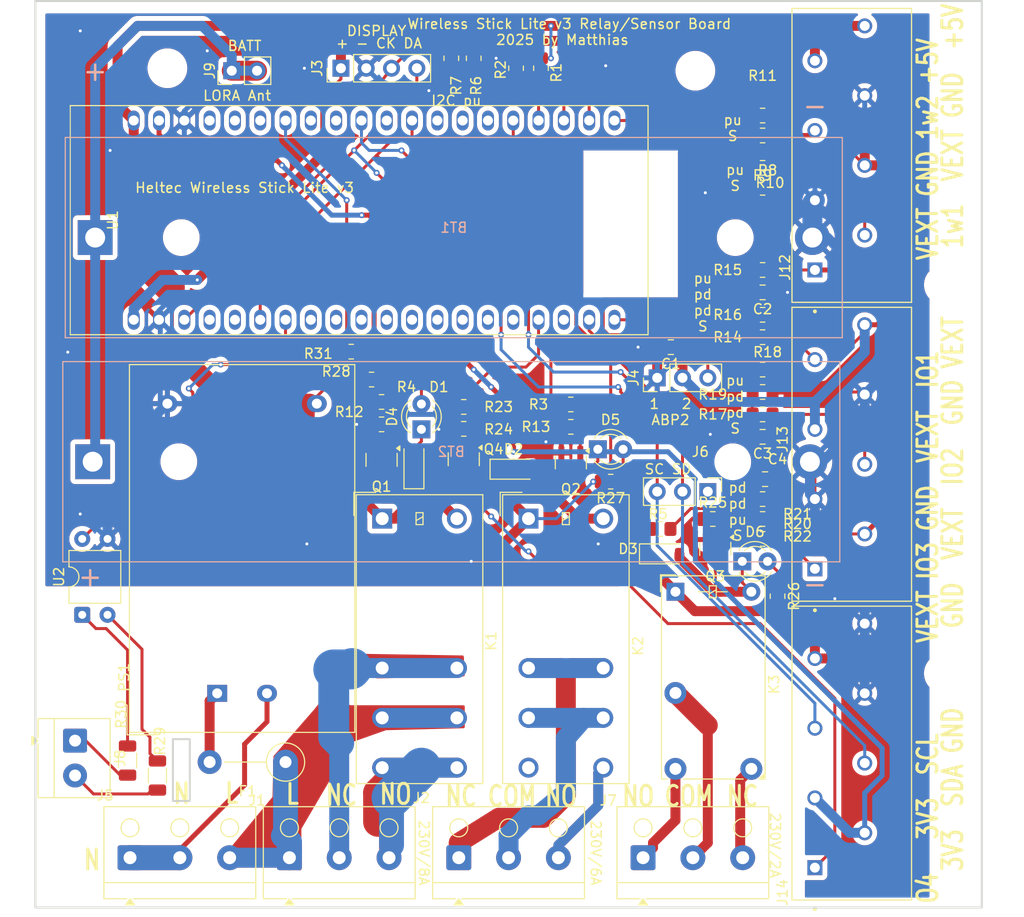
<source format=kicad_pcb>
(kicad_pcb (version 20241229) (generator "pcbnew") (generator_version "9.0")
  (layers (0 "F.Cu" signal) (2 "B.Cu" signal) (13 "F.Paste" user) (15 "B.Paste" user) (5 "F.SilkS" user "F.Silkscreen") (7 "B.SilkS" user "B.Silkscreen") (1 "F.Mask" user) (3 "B.Mask" user) (25 "Edge.Cuts" user))
  (net 0 "")
  (net 1 "Net-(D1-A)")
  (net 2 "+5V")
  (net 3 "Net-(D2-A)")
  (net 4 "VDD")
  (net 5 "Net-(D3-A)")
  (net 6 "AC_L")
  (net 7 "Net-(J1-Pin_3)")
  (net 8 "Net-(J2-Pin_3)")
  (net 9 "Net-(J2-Pin_1)")
  (net 10 "Net-(J2-Pin_2)")
  (net 11 "GND")
  (net 12 "SCK")
  (net 13 "SDA")
  (net 14 "Net-(J7-Pin_1)")
  (net 15 "Net-(J7-Pin_2)")
  (net 16 "Net-(J7-Pin_3)")
  (net 17 "+3V3")
  (net 18 "AC_N")
  (net 19 "Net-(Q1-G)")
  (net 20 "Net-(Q2-G)")
  (net 21 "Net-(Q3-G)")
  (net 22 "5V_MEAS")
  (net 23 "RELAIS_2")
  (net 24 "RELAIS_1")
  (net 25 "RELAIS_3")
  (net 26 "1W_1")
  (net 27 "1W_2")
  (net 28 "IO_1")
  (net 29 "IO_2")
  (net 34 "Net-(D4-A)")
  (net 48 "Net-(D5-A)")
  (net 53 "Net-(D6-A)")
  (net 54 "Net-(J12-Pin_2)")
  (net 55 "Net-(J12-Pin_5)")
  (net 56 "IO_3")
  (net 57 "ABP_EOC")
  (net 59 "Net-(J13-Pin_1)")
  (net 60 "Net-(J13-Pin_4)")
  (net 61 "Net-(J13-Pin_7)")
  (net 62 "Net-(BT1-+)")
  (net 63 "Net-(J14-Pin_1)")
  (net 64 "Net-(Q4-G)")
  (net 65 "O4")
  (net 66 "Net-(J1-Pin_2)")
  (net 67 "Net-(J8-Pin_2)")
  (net 68 "Net-(J8-Pin_1)")
  (net 69 "Net-(R29-Pad2)")
  (net 70 "Net-(R30-Pad2)")
  (net 71 "Net-(PS1-AC{slash}L)")
  (net 72 "U_SENSE")
  (footprint "Relay_THT:Relay_SPDT_Finder_32.21-x000" (layer "F.Cu") (at 139.75 100.8025 -90)
    (property "Reference" "K3")
    (property "Value" "Schrack PE140-3 3,3V")
  )
  (footprint "Resistor_SMD:R_1206_3216Metric" (layer "F.Cu") (at 87.75 119.25 90)
    (property "Reference" "R29")
    (property "Value" "150k")
  )
  (footprint "MountingHole:MountingHole_3.5mm" (layer "F.Cu") (at 166.7 70)
    (property "Reference" "REF**" (hide yes))
    (property "Value" "MountingHole_3.5mm")
  )
  (footprint "LED_THT:LED_D3.0mm" (layer "F.Cu") (at 146.46 97.75)
    (property "Reference" "D6")
    (property "Value" "LED")
  )
  (footprint "Relay_THT:Relay_SPDT_Omron_G2RL-1-E" (layer "F.Cu") (at 125 93.4625)
    (property "Reference" "K2")
    (property "Value" "G2RL-1-E")
  )
  (footprint "Converter_ACDC:Converter_ACDC_Hi-Link_HLK-PMxx" (layer "F.Cu") (at 93.75 111 90)
    (property "Reference" "PS1")
    (property "Value" "HLK-PM01")
  )
  (footprint "Resistor_SMD:R_0805_2012Metric_Pad1.20x1.40mm_HandSolder" (layer "F.Cu") (at 148.5 58.25)
    (property "Reference" "R10")
    (property "Value" "1k")
  )
  (footprint "MountingHole:MountingHole_3.5mm" (layer "F.Cu") (at 141.75 48.5)
    (property "Reference" "REF**" (hide yes))
    (property "Value" "MountingHole_3.5mm")
  )
  (footprint "Diode_SMD:D_SOD-123" (layer "F.Cu") (at 138.5 97)
    (property "Reference" "D3")
    (property "Value" "1N4148W")
  )
  (footprint "Resistor_SMD:R_0805_2012Metric_Pad1.20x1.40mm_HandSolder" (layer "F.Cu") (at 148.5 68.5)
    (property "Reference" "R15")
    (property "Value" "1k")
  )
  (footprint "Resistor_SMD:R_0805_2012Metric_Pad1.20x1.40mm_HandSolder" (layer "F.Cu") (at 148.5 75.25 180)
    (property "Reference" "R14")
    (property "Value" "1k")
  )
  (footprint "Resistor_SMD:R_0805_2012Metric_Pad1.20x1.40mm_HandSolder" (layer "F.Cu") (at 148.5 53)
    (property "Reference" "R11")
    (property "Value" "1k")
  )
  (footprint "Resistor_SMD:R_0805_2012Metric_Pad1.20x1.40mm_HandSolder" (layer "F.Cu") (at 129.25 82)
    (property "Reference" "R3")
    (property "Value" "1k")
  )
  (footprint "Resistor_SMD:R_0805_2012Metric_Pad1.20x1.40mm_HandSolder" (layer "F.Cu") (at 107.2 76.7)
    (property "Reference" "R31")
    (property "Value" "100k")
  )
  (footprint "LED_THT:LED_D3.0mm" (layer "F.Cu") (at 131.96 86.5)
    (property "Reference" "D5")
    (property "Value" "LED")
  )
  (footprint "Resistor_SMD:R_0805_2012Metric_Pad1.20x1.40mm_HandSolder" (layer "F.Cu") (at 148.5 78.5 180)
    (property "Reference" "R18")
    (property "Value" "1k")
  )
  (footprint "Capacitor_SMD:C_0805_2012Metric_Pad1.18x1.45mm_HandSolder" (layer "F.Cu") (at 148.75 89.5 180)
    (property "Reference" "C4")
    (property "Value" "100n")
  )
  (footprint "Resistor_THT:R_Axial_DIN0411_L9.9mm_D3.6mm_P7.62mm_Vertical" (layer "F.Cu") (at 100.61 117.9 180)
    (property "Reference" "F1")
    (property "Value" "Fuse")
  )
  (footprint "Resistor_SMD:R_0805_2012Metric_Pad1.20x1.40mm_HandSolder" (layer "F.Cu") (at 110.25 81.75)
    (property "Reference" "R4")
    (property "Value" "1k")
  )
  (footprint "Capacitor_SMD:C_0805_2012Metric_Pad1.18x1.45mm_HandSolder" (layer "F.Cu") (at 148.5 70.75 180)
    (property "Reference" "C2")
    (property "Value" "100n")
  )
  (footprint "Resistor_SMD:R_0805_2012Metric_Pad1.20x1.40mm_HandSolder" (layer "F.Cu") (at 148.5 60.25 180)
    (property "Reference" "R8")
    (property "Value" "68")
  )
  (footprint "Resistor_SMD:R_0805_2012Metric_Pad1.20x1.40mm_HandSolder" (layer "F.Cu") (at 118.5 84.45)
    (property "Reference" "R24")
    (property "Value" "1k")
  )
  (footprint "Package_DIP:DIP-4_W7.62mm" (layer "F.Cu") (at 80.2 103.12 90)
    (property "Reference" "U2")
    (property "Value" "EL814")
  )
  (footprint "Resistor_SMD:R_0805_2012Metric_Pad1.20x1.40mm_HandSolder" (layer "F.Cu") (at 109.25 79.5 180)
    (property "Reference" "R28")
    (property "Value" "1k")
  )
  (footprint "phoenix:PHOENIX_1985250" (layer "F.Cu") (at 163.45 101.75 90)
    (property "Reference" "J13")
    (property "Value" "Screw_Terminal_01x08")
  )
  (footprint "phoenix:PHOENIX_1985250" (layer "F.Cu") (at 163.45 131.75 90)
    (property "Reference" "J14")
    (property "Value" "Screw_Terminal_01x08")
  )
  (footprint "Capacitor_SMD:C_0805_2012Metric_Pad1.18x1.45mm_HandSolder" (layer "F.Cu") (at 139.2875 76.25 180)
    (property "Reference" "C1")
    (property "Value" "100n")
  )
  (footprint "Connector_PinHeader_2.54mm:PinHeader_1x03_P2.54mm_Vertical" (layer "F.Cu") (at 137.92 79.33 90)
    (property "Reference" "J4")
    (property "Value" "ABP2_1")
  )
  (footprint "Resistor_SMD:R_0805_2012Metric_Pad1.20x1.40mm_HandSolder" (layer "F.Cu") (at 123.75 48.25 90)
    (property "Reference" "R2")
    (property "Value" "100k")
  )
  (footprint "Package_TO_SOT_SMD:SOT-23" (layer "F.Cu") (at 129.25 87.8125 -90)
    (property "Reference" "Q2")
    (property "Value" "AO3400A")
  )
  (footprint "Diode_SMD:D_SOD-123" (layer "F.Cu") (at 113.5 88.1 90)
    (property "Reference" "D1")
    (property "Value" "1N4148W")
  )
  (footprint "Package_TO_SOT_SMD:SOT-23" (layer "F.Cu") (at 110.25 87.5625 -90)
    (property "Reference" "Q1")
    (property "Value" "AO3400A")
  )
  (footprint "MountingHole:MountingHole_3.5mm" (layer "F.Cu") (at 80 109)
    (property "Reference" "REF**" (hide yes))
    (property "Value" "MountingHole_3.5mm")
  )
  (footprint "Resistor_SMD:R_1206_3216Metric" (layer "F.Cu") (at 84.75 117.75 90)
    (property "Reference" "R30")
    (property "Value" "150k")
  )
  (footprint "TerminalBlock_RND:TerminalBlock_RND_205-00002_1x03_P5.00mm_Horizontal" (layer "F.Cu") (at 136.5 127.5)
    (property "Reference" "J7")
    (property "Value" "Conn_01x03_Pin")
  )
  (footprint "MountingHole:MountingHole_3.5mm" (layer "F.Cu") (at 166.7 109)
    (property "Reference" "REF**" (hide yes))
    (property "Value" "MountingHole_3.5mm")
  )
  (footprint "Capacitor_SMD:C_0805_2012Metric_Pad1.18x1.45mm_HandSolder" (layer "F.Cu") (at 148.5 85.25 180)
    (property "Reference" "C3")
    (property "Value" "100n")
  )
  (footprint "MountingHole:MountingHole_3.5mm" (layer "F.Cu") (at 88.75 48.25)
    (property "Reference" "REF**" (hide yes))
    (property "Value" "MountingHole_3.5mm")
  )
  (footprint "Connector_PinHeader_2.54mm:PinHeader_1x04_P2.54mm_Vertical" (layer "F.Cu") (at 106.17 48.25 90)
    (property "Reference" "J3")
    (property "Value" "I2C_Display")
  )
  (footprint "Resistor_SMD:R_0805_2012Metric_Pad1.20x1.40mm_HandSolder" (layer "F.Cu") (at 148.5 55 180)
    (property "Reference" "R9")
    (property "Value" "68")
  )
  (footprint "Resistor_SMD:R_0805_2012Metric_Pad1.20x1.40mm_HandSolder" (layer "F.Cu") (at 129.25 84.25)
    (property "Reference" "R13")
    (property "Value" "10k")
  )
  (footprint "Package_TO_SOT_SMD:SOT-23" (layer "F.Cu") (at 143.75 96.5 -90)
    (property "Reference" "Q3")
    (property "Value" "AO3400A")
  )
  (footprint "Connector_PinHeader_2.54mm:PinHeader_1x02_P2.54mm_Vertical" (layer "F.Cu") (at 95.21 48.5 90)
    (property "Reference" "J9")
    (property "Value" "Conn_01x02_Pin")
  )
  (footprint "Resistor_SMD:R_0805_2012Metric_Pad1.20x1.40mm_HandSolder" (layer "F.Cu") (at 148.5 93.5)
    (property "Reference" "R20")
    (property "Value" "1k")
  )
  (footprint "Resistor_SMD:R_0805_2012Metric_Pad1.20x1.40mm_HandSolder" (layer "F.Cu") (at 117.25 47.25 -90)
    (property "Reference" "R7")
    (property "Value" "2k2")
  )
  (footprint "Resistor_SMD:R_0805_2012Metric_Pad1.20x1.40mm_HandSolder" (layer "F.Cu") (at 148.5 83 180)
    (property "Reference" "R17")
    (property "Value" "1k")
  )
  (footprint "Resistor_SMD:R_0805_2012Metric_Pad1.20x1.40mm_HandSolder" (layer "F.Cu") (at 118.5 82.25)
    (property "Reference" "R23")
    (property "Value" "1k")
  )
  (footprint "Resistor_SMD:R_0805_2012Metric_Pad1.20x1.40mm_HandSolder" (layer "F.Cu") (at 148.5 80.75 180)
    (property "Reference" "R19")
    (property "Value" "1k")
  )
  (footprint "LED_THT:LED_D3.0mm" (layer "F.Cu") (at 114.25 84.5 90)
    (property "Reference" "D4")
    (property "Value" "LED")
  )
  (footprint "Resistor_SMD:R_0805_2012Metric_Pad1.20x1.40mm_HandSolder" (layer "F.Cu") (at 150 101.25 -90)
    (property "Reference" "R26")
    (property "Value" "1k")
  )
  (footprint "Package_TO_SOT_SMD:SOT-23" (layer "F.Cu") (at 118.5 87.5 -90)
    (property "Reference" "Q4")
    (property "Value" "AO3400A")
  )
  (footprint "TerminalBlock_RND:TerminalBlock_RND_205-00002_1x03_P5.00mm_Horizontal" (layer "F.Cu") (at 85 127.5)
    (property "Reference" "J5")
    (property "Value" "Screw_Terminal_01x03")
  )
  (footprint "Diode_SMD:D_SOD-123" (layer "F.Cu") (at 123.5 88.5)
    (property "Reference" "D2")
    (property "Value" "1N4148W")
  )
  (footprint "Resistor_SMD:R_0805_2012Metric_Pad1.20x1.40mm_HandSolder" (layer "F.Cu") (at 119.5 47.25 -90)
    (property "Reference" "R6")
    (property "Value" "2k2")
  )
  (footprint "Resistor_SMD:R_0805_2012Metric_Pad1.20x1.40mm_HandSolder" (layer "F.Cu") (at 110.25 84)
    (property "Reference" "R12")
    (property "Value" "10k")
  )
  (footprint "Relay_THT:Relay_SPDT_Omron_G2RL-1-E" (layer "F.Cu") (at 110.3125 93.4625)
    (property "Reference" "K1")
    (property "Value" "G2RL-1-E")
  )
  (footprint "Resistor_SMD:R_0805_2012Metric_Pad1.20x1.40mm_HandSolder" (layer "F.Cu") (at 148.5 73)
    (property "Reference" "R16")
    (property "Value" "1k")
  )
  (footprint "phoenix:PHOENIX_1985250" (layer "F.Cu") (at 163.45 71.75 90)
    (property "Reference" "J12")
    (property "Value" "PTSA 1,5/ 8-3,5-Z")
  )
  (footprint "Resistor_SMD:R_0805_2012Metric_Pad1.20x1.40mm_HandSolder" (layer "F.Cu") (at 148.5 91.5)
    (property "Reference" "R21")
    (property "Value" "1k")
  )
  (footprint "Resistor_SMD:R_0805_2012Metric_Pad1.20x1.40mm_HandSolder" (layer "F.Cu") (at 148.5 95.5 180)
    (property "Reference" "R22")
    (property "Value" "1k")
  )
  (footprint "TerminalBlock_RND:TerminalBlock_RND_205-00002_1x03_P5.00mm_Horizontal" (layer "F.Cu") (at 101 127.5)
    (property "Reference" "J1")
    (property "Value" "Conn_01x03_Pin")
  )
  (footprint "TerminalBlock_RND:TerminalBlock_RND_205-00002_1x03_P5.00mm_Horizontal" (layer "F.Cu") (at 118 127.5)
    (property "Reference" "J2")
    (property "Value" "Conn_01x03_Pin")
  )
  (footprint "Resistor_SMD:R_0805_2012Metric_Pad1.20x1.40mm_HandSolder" (layer "F.Cu") (at 126.25 48.25 90)
    (property "Reference" "R1")
    (property "Value" "390k")
  )
  (footprint "rf_heltec:Heltec_Wireless_Stick_Lite_V3" (layer "F.Cu") (at 109.5 63.5)
    (property "Reference" "U1")
    (property "Value" "~")
  )
  (footprint "Resistor_SMD:R_0805_2012Metric_Pad1.20x1.40mm_HandSolder" (layer "F.Cu") (at 133.25 89.75 180)
    (property "Reference" "R27")
    (property "Value" "1k")
  )
  (footprint "Resistor_SMD:R_0805_2012Metric_Pad1.20x1.40mm_HandSolder" (layer "F.Cu") (at 143.5 93.5)
    (property "Reference" "R25")
    (property "Value" "10k")
  )
  (footprint "Resistor_SMD:R_0805_2012Metric_Pad1.20x1.40mm_HandSolder" (layer "F.Cu") (at 138.25 94.5)
    (property "Reference" "R5")
    (property "Value" "1k")
  )
  (footprint "Connector_PinHeader_2.54mm:PinHeader_1x03_P2.54mm_Vertical" (layer "F.Cu") (at 143 90.75 -90)
    (property "Reference" "J6")
    (property "Value" "ABP2_2")
  )
  (footprint "TerminalBlock_4Ucon:TerminalBlock_4Ucon_1x02_P3.50mm_Horizontal" (layer "F.Cu") (at 79.4825 115.75 -90)
    (property "Reference" "J8")
    (property "Value" "Screw_Terminal_01x02")
  )
  (footprint "Battery:BatteryHolder_MPD_BH-18650-PC2" (layer "B.Cu") (at 81.5 65.25)
    (property "Reference" "BT1")
    (property "Value" "Battery_Cell")
  )
  (footprint "Battery:BatteryHolder_MPD_BH-18650-PC2" (layer "B.Cu") (at 81.25 87.75)
    (property "Reference" "BT2")
    (property "Value" "Battery_Cell")
  )
  (gr_rect (start 75.5 41.5) (end 170.5 132.5) (stroke (width 0.2)) (fill no) (layer "Edge.Cuts"))
  (gr_rect (start 89.3 115.6) (end 91 121.8) (stroke (width 0.2)) (fill no) (layer "Edge.Cuts"))
  (gr_text "L" (at 94.4 122.2 0) (layer "F.SilkS") (effects (font (size 2 1.5) (thickness 0.3) (bold yes)) (justify left bottom)))
  (gr_text "NC" (at 116.5 122.5 0) (layer "F.SilkS") (effects (font (size 2 1.5) (thickness 0.3) (bold yes)) (justify left bottom)))
  (gr_text "BATT" (at 96.5 46 0) (layer "F.SilkS") (effects (font (size 1 1))))
  (gr_text "N" (at 89.2 122.25 0) (layer "F.SilkS") (effects (font (size 2 1.5) (thickness 0.3) (bold yes)) (justify left bottom)))
  (gr_text "NO" (at 134.25 122.5 0) (layer "F.SilkS") (effects (font (size 2 1.5) (thickness 0.3) (bold yes)) (justify left bottom)))
  (gr_text "230V/6A" (at 131.75 127 270) (layer "F.SilkS") (effects (font (size 1 1))))
  (gr_text "1   2\nABP2" (at 139.25 82.75 0) (layer "F.SilkS") (effects (font (size 1 1))))
  (gr_text "COM" (at 120.75 122.5 0) (layer "F.SilkS") (effects (font (size 2 1.5) (thickness 0.3) (bold yes)) (justify left bottom)))
  (gr_text "NO" (at 109.9 122.3 0) (layer "F.SilkS") (effects (font (size 2 1.5) (thickness 0.3) (bold yes)) (justify left bottom)))
  (gr_text "3V3  SDA GND       GND  VEXT  IO2  GND VEXT      1w1  VEXT GND  +5V" (at 168.75 129 90) (layer "F.SilkS") (effects (font (size 2 1.5) (thickness 0.3) (bold yes)) (justify left bottom)))
  (gr_text "I2C pu" (at 117.75 51.5 0) (layer "F.SilkS") (effects (font (size 1 1))))
  (gr_text "Wireless Stick Lite v3 Relay/Sensor Board" (at 129.1 43.8 0) (layer "F.SilkS") (effects (font (size 1 1))))
  (gr_text "230V/2A" (at 149.75 126.25 270) (layer "F.SilkS") (effects (font (size 1 1))))
  (gr_text "NO" (at 126.5 122.5 0) (layer "F.SilkS") (effects (font (size 2 1.5) (thickness 0.3) (bold yes)) (justify left bottom)))
  (gr_text "O4   3V3  SCL        VEXT IO3 GND  VEXT  IO1        VEXT GND 1w2 +5V" (at 166.25 132.25 90) (layer "F.SilkS") (effects (font (size 2 1.5) (thickness 0.3) (bold yes)) (justify left bottom)))
  (gr_text "COM" (at 138.5 122.5 0) (layer "F.SilkS") (effects (font (size 2 1.5) (thickness 0.3) (bold yes)) (justify left bottom)))
  (gr_text "L" (at 100.5 122.3 0) (layer "F.SilkS") (effects (font (size 2 1.5) (thickness 0.3) (bold yes)) (justify left bottom)))
  (gr_text "Heltec Wireless Stick Lite v3" (at 96.5 60.25 0) (layer "F.SilkS") (effects (font (size 1 1))))
  (gr_text "pd\npd\npu\nS" (at 146 92.75 0) (layer "F.SilkS") (effects (font (size 1 1))))
  (gr_text "NC" (at 144.75 122.5 0) (layer "F.SilkS") (effects (font (size 2 1.5) (thickness 0.3) (bold yes)) (justify left bottom)))
  (gr_text "pu\nS" (at 145.75 59.25 0) (layer "F.SilkS") (effects (font (size 1 1))))
  (gr_text "DISPLAY" (at 109.75 44.5 0) (layer "F.SilkS") (effects (font (size 1 1))))
  (gr_text "N" (at 80.2 128.9 0) (layer "F.SilkS") (effects (font (size 2 1.5) (thickness 0.3) (bold yes)) (justify left bottom)))
  (gr_text "SC SD" (at 139 88.5 0) (layer "F.SilkS") (effects (font (size 1 1))))
  (gr_text "pu\npd\npd\nS" (at 145.75 82 0) (layer "F.SilkS") (effects (font (size 1 1))))
  (gr_text "LORA Ant" (at 95.75 51 0) (layer "F.SilkS") (effects (font (size 1 1))))
  (gr_text "2025 by Matthias" (at 128.4 45.4 0) (layer "F.SilkS") (effects (font (size 1 1))))
  (gr_text "+ - CK DA" (at 110 45.75 0) (layer "F.SilkS") (effects (font (size 1 1))))
  (gr_text "pu\npd\npd\nS" (at 142.5 71.75 0) (layer "F.SilkS") (effects (font (size 1 1))))
  (gr_text "pu\nS" (at 145.5 54.25 0) (layer "F.SilkS") (effects (font (size 1 1))))
  (gr_text "NC" (at 104.5 122.4 0) (layer "F.SilkS") (effects (font (size 2 1.5) (thickness 0.3) (bold yes)) (justify left bottom)))
  (gr_text "230V/8A" (at 114.5 127 270) (layer "F.SilkS") (effects (font (size 1 1))))
  (gr_text "+" (at 81 99.25 0) (layer "B.SilkS") (effects (font (size 2 2) (thickness 0.25)) (justify mirror)))
  (gr_text "+" (at 81.5 48.5 0) (layer "B.SilkS") (effects (font (size 2 2) (thickness 0.25)) (justify mirror)))
  (gr_text "-" (at 153.75 100 0) (layer "B.SilkS") (effects (font (size 2 2) (thickness 0.25)) (justify mirror)))
  (gr_text "-" (at 153.75 52 0) (layer "B.SilkS") (effects (font (size 2 2) (thickness 0.25)) (justify mirror)))
  (segment (start 114.25 85.7) (end 113.5 86.45) (width 0.3) (layer "F.Cu") (net 1))
  (segment (start 115.5 91.15) (end 115.5 87) (width 1) (layer "F.Cu") (net 1))
  (segment (start 112.5 88.5) (end 113.5 87.5) (width 0.5) (layer "F.Cu") (net 1))
  (segment (start 110.25 88.5) (end 112.5 88.5) (width 0.5) (layer "F.Cu") (net 1))
  (segment (start 117.8125 93.4625) (end 115.5 91.15) (width 1) (layer "F.Cu") (net 1))
  (segment (start 113.5 87.5) (end 113.5 86.45) (width 0.5) (layer "F.Cu") (net 1))
  (segment (start 115.5 87) (end 114.95 86.45) (width 1) (layer "F.Cu") (net 1))
  (segment (start 114.25 84.5) (end 114.25 85.7) (width 0.3) (layer "F.Cu") (net 1))
  (segment (start 114.95 86.45) (end 113.5 86.45) (width 1) (layer "F.Cu") (net 1))
  (segment (start 153.75 44.5) (end 153.25 44) (width 1) (layer "F.Cu") (net 2))
  (segment (start 153.75 47.5) (end 153.75 44.5) (width 1) (layer "F.Cu") (net 2))
  (segment (start 85.37 55.87) (end 86 56.5) (width 1) (layer "F.Cu") (net 2))
  (segment (start 89.25 76.25) (end 89.25 76) (width 2) (layer "F.Cu") (net 2))
  (segment (start 89 72) (end 89.25 72.25) (width 0.3) (layer "F.Cu") (net 2))
  (segment (start 83.75 51.88) (end 85.37 53.5) (width 1) (layer "F.Cu") (net 2))
  (segment (start 103.0375 81.9225) (end 103.0375 86.1875) (width 1) (layer "F.Cu") (net 2))
  (segment (start 85.75 44) (end 83.75 46) (width 1) (layer "F.Cu") (net 2))
  (segment (start 127.25 44) (end 126.25 44) (width 1) (layer "F.Cu") (net 2))
  (segment (start 86 56.5) (end 86 67.25) (width 3) (layer "F.Cu") (net 2))
  (segment (start 105.46 79.5) (end 103.0375 81.9225) (width 0.3) (layer "F.Cu") (net 2))
  (segment (start 89.25 72.25) (end 89.25 76) (width 0.3) (layer "F.Cu") (net 2))
  (segment (start 94.9225 81.9225) (end 91.5 78.5) (width 2) (layer "F.Cu") (net 2))
  (segment (start 158.75 44) (end 153.25 44) (width 1) (layer "F.Cu") (net 2))
  (segment (start 121.85 90.3125) (end 125 93.4625) (width 1) (layer "F.Cu") (net 2))
  (segment (start 126.25 44) (end 85.75 44) (width 1) (layer "F.Cu") (net 2))
  (segment (start 122.4625 96) (end 125 93.4625) (width 1) (layer "F.Cu") (net 2))
  (segment (start 115.5 96) (end 122.4625 96) (width 1) (layer "F.Cu") (net 2))
  (segment (start 121.85 88.5) (end 121.85 90.3125) (width 1) (layer "F.Cu") (net 2))
  (segment (start 103.0375 86.1875) (end 110.3125 93.4625) (width 1) (layer "F.Cu") (net 2))
  (segment (start 108.25 79.5) (end 105.46 79.5) (width 0.3) (layer "F.Cu") (net 2))
  (segment (start 83.75 46) (end 83.75 51.88) (width 1) (layer "F.Cu") (net 2))
  (segment (start 111.5375 93.4625) (end 110.3125 93.4625) (width 1) (layer "F.Cu") (net 2))
  (segment (start 112.9625 93.4625) (end 115.5 96) (width 1) (layer "F.Cu") (net 2))
  (segment (start 103.0375 81.9225) (end 94.9225 81.9225) (width 2) (layer "F.Cu") (net 2))
  (segment (start 86 67.25) (end 89 70.25) (width 3) (layer "F.Cu") (net 2))
  (segment (start 85.37 53.5) (end 85.37 55.87) (width 1) (layer "F.Cu") (net 2))
  (segment (start 153.25 44) (end 127.25 44) (width 1) (layer "F.Cu") (net 2))
  (segment (start 126.25 47.25) (end 127.25 47.25) (width 0.3) (layer "F.Cu") (net 2))
  (segment (start 113.5 91.5) (end 111.5375 93.4625) (width 1) (layer "F.Cu") (net 2))
  (segment (start 113.5 89.75) (end 113.5 91.5) (width 1) (layer "F.Cu") (net 2))
  (segment (start 91.5 78.5) (end 89.25 76.25) (width 2) (layer "F.Cu") (net 2))
  (segment (start 132.25 89.75) (end 131.5 89.75) (width 0.3) (layer "F.Cu") (net 2))
  (segment (start 110.3125 93.4625) (end 112.9625 93.4625) (width 1) (layer "F.Cu") (net 2))
  (segment (start 89 70.25) (end 89 72) (width 0.3) (layer "F.Cu") (net 2))
  (via (at 127.25 47.25) (size 0.6) (drill 0.3) (layers "F.Cu" "B.Cu") (net 2))
  (via (at 131.5 89.75) (size 0.6) (drill 0.3) (layers "F.Cu" "B.Cu") (net 2))
  (via (at 127.25 44) (size 0.6) (drill 0.3) (layers "F.Cu" "B.Cu") (net 2))
  (segment (start 127.25 47.25) (end 127.25 44) (width 0.3) (layer "B.Cu") (net 2))
  (segment (start 131.5 89.75) (end 127.7875 93.4625) (width 0.3) (layer "B.Cu") (net 2))
  (segment (start 127.7875 93.4625) (end 125 93.4625) (width 0.3) (layer "B.Cu") (net 2))
  (segment (start 130.91 88.75) (end 131.96 87.7) (width 0.3) (layer "F.Cu") (net 3))
  (segment (start 131.96 87.7) (end 131.96 86.5) (width 0.3) (layer "F.Cu") (net 3))
  (segment (start 129.9625 93.4625) (end 132.5 93.4625) (width 1) (layer "F.Cu") (net 3))
  (segment (start 129.25 88.75) (end 129.25 90.5) (width 0.3) (layer "F.Cu") (net 3))
  (segment (start 125.15 88.5) (end 125.15 88.65) (width 1) (layer "F.Cu") (net 3))
  (segment (start 129.25 88.75) (end 130.91 88.75) (width 0.3) (layer "F.Cu") (net 3))
  (segment (start 128.125 91.625) (end 129.9625 93.4625) (width 1) (layer "F.Cu") (net 3))
  (segment (start 129.25 90.5) (end 128.125 91.625) (width 0.3) (layer "F.Cu") (net 3))
  (segment (start 125.15 88.65) (end 128.125 91.625) (width 1) (layer "F.Cu") (net 3))
  (segment (start 148.25 57) (end 157.75 57) (width 0.3) (layer "F.Cu") (net 4))
  (segment (start 106.17 46.33) (end 107 45.5) (width 1) (layer "F.Cu") (net 4))
  (segment (start 157.75 57) (end 158.75 58) (width 0.3) (layer "F.Cu") (net 4))
  (segment (start 158.75 74) (end 158.75 74.75) (width 0.3) (layer "F.Cu") (net 4))
  (segment (start 161.5 72.5) (end 160 74) (width 0.5) (layer "F.Cu") (net 4))
  (segment (start 160 74) (end 158.75 74) (width 0.5) (layer "F.Cu") (net 4))
  (segment (start 147.5 57.75) (end 148.25 57) (width 0.3) (layer "F.Cu") (net 4))
  (segment (start 136.85 97) (end 136.85 97.9025) (width 1) (layer "F.Cu") (net 4))
  (segment (start 104.25 55.5) (end 104.25 51.25) (width 0.3) (layer "F.Cu") (net 4))
  (segment (start 144.75 52.75) (end 145.5 52) (width 1) (layer "F.Cu") (net 4))
  (segment (start 158.75 74.75) (end 154.5 79) (width 0.3) (layer "F.Cu") (net 4))
  (segment (start 153.75 68.5) (end 161.5 68.5) (width 0.5) (layer "F.Cu") (net 4))
  (segment (start 146.5 53) (end 145.5 52) (width 0.5) (layer "F.Cu") (net 4))
  (segment (start 161.5 68.5) (end 161.5 72.5) (width 1) (layer "F.Cu") (net 4))
  (segment (start 158.75 95) (end 153.25 95) (width 0.3) (layer "F.Cu") (net 4))
  (segment (start 161.5 92.25) (end 158.75 95) (width 0.5) (layer "F.Cu") (net 4))
  (segment (start 150 79) (end 149.5 78.5) (width 0.3) (layer "F.Cu") (net 4))
  (segment (start 158.75 55.25) (end 158.75 58) (width 1) (layer "F.Cu") (net 4))
  (segment (start 106.17 48.25) (end 106.17 46.33) (width 1) (layer "F.Cu") (net 4))
  (segment (start 153.75 107.5) (end 153.75 105.25) (width 1) (layer "F.Cu") (net 4))
  (segment (start 147 50.5) (end 154 50.5) (width 1) (layer "F.Cu") (net 4))
  (segment (start 106.17 49.33) (end 106.17 48.25) (width 0.3) (layer "F.Cu") (net 4))
  (segment (start 104.25 57) (end 104.25 55.5) (width 0.3) (layer "F.Cu") (net 4))
  (segment (start 140.46 79.33) (end 140.46 76.385) (width 1) (layer "F.Cu") (net 4))
  (segment (start 158.75 58) (end 160.5 58) (width 1) (layer "F.Cu") (net 4))
  (segment (start 136.85 97.9025) (end 139.75 100.8025) (width 1) (layer "F.Cu") (net 4))
  (segment (start 159.75 107.5) (end 153.75 107.5) (width 1) (layer "F.Cu") (net 4))
  (segment (start 153.75 68.5) (end 149.5 68.5) (width 0.3) (layer "F.Cu") (net 4))
  (segment (start 153.75 105.25) (end 151.25 102.75) (width 1) (layer "F.Cu") (net 4))
  (segment (start 161.5 72.5) (end 161.5 92.25) (width 1) (layer "F.Cu") (net 4))
  (segment (start 160.5 58) (end 161.5 59) (width 1) (layer "F.Cu") (net 4))
  (segment (start 161.5 59) (end 161.5 68.5) (width 1) (layer "F.Cu") (net 4))
  (segment (start 153.25 95) (end 151.75 93.5) (width 0.3) (layer "F.Cu") (net 4))
  (segment (start 147.5 53) (end 146.5 53) (width 0.5) (layer "F.Cu") (net 4))
  (segment (start 154 50.5) (end 158.75 55.25) (width 1) (layer "F.Cu") (net 4))
  (segment (start 91.75 69.5) (end 104.25 57) (width 1) (layer "F.Cu") (net 4))
  (segment (start 151.75 93.5) (end 149.5 93.5) (width 0.3) (layer "F.Cu") (net 4))
  (segment (start 154.5 79) (end 150 79) (width 0.3) (layer "F.Cu") (net 4))
  (segment (start 145.5 52) (end 147 50.5) (width 1) (layer "F.Cu") (net 4))
  (segment (start 104.25 51.25) (end 106.17 49.33) (width 0.3) (layer "F.Cu") (net 4))
  (segment (start 161.5 105.75) (end 159.75 107.5) (width 1) (layer "F.Cu") (net 4))
  (segment (start 161.5 92.25) (end 161.5 105.75) (width 1) (layer "F.Cu") (net 4))
  (segment (start 140.46 76.385) (end 140.325 76.25) (width 1) (layer "F.Cu") (net 4))
  (segment (start 151.25 102.75) (end 141.6975 102.75) (width 1) (layer "F.Cu") (net 4))
  (segment (start 147.5 58.25) (end 147.5 57.75) (width 0.3) (layer "F.Cu") (net 4))
  (segment (start 107 45.5) (end 133 45.5) (width 1) (layer "F.Cu") (net 4))
  (segment (start 141.6975 102.75) (end 139.75 100.8025) (width 1) (layer "F.Cu") (net 4))
  (segment (start 140.25 52.75) (end 144.75 52.75) (width 1) (layer "F.Cu") (net 4))
  (segment (start 133 45.5) (end 140.25 52.75) (width 1) (layer "F.Cu") (net 4))
  (via (at 91.75 69.5) (size 0.6) (drill 0.3) (layers "F.Cu" "B.Cu") (net 4))
  (segment (start 85.37 72.38) (end 86.25 71.5) (width 1) (layer "B.Cu") (net 4))
  (segment (start 88.25 69.5) (end 91.75 69.5) (width 1) (layer "B.Cu") (net 4))
  (segment (start 153.75 84.5) (end 153.75 81.75) (width 1) (layer "B.Cu") (net 4))
  (segment (start 153.75 81.75) (end 158.75 76.75) (width 1) (layer "B.Cu") (net 4))
  (segment (start 158.75 76.75) (end 158.75 74) (width 1) (layer "B.Cu") (net 4))
  (segment (start 85.37 73.5) (end 85.37 72.38) (width 1) (layer "B.Cu") (net 4))
  (segment (start 153.75 81.75) (end 142.88 81.75) (width 1) (layer "B.Cu") (net 4))
  (segment (start 142.88 81.75) (end 140.46 79.33) (width 1) (layer "B.Cu") (net 4))
  (segment (start 86.25 71.5) (end 88.25 69.5) (width 1) (layer "B.Cu") (net 4))
  (segment (start 143.5525 100.8025) (end 144.25 100.8025) (width 1) (layer "F.Cu") (net 5))
  (segment (start 144.25 100.8025) (end 147.37 100.8025) (width 1) (layer "F.Cu") (net 5))
  (segment (start 140.15 97) (end 140.15 97.4) (width 1) (layer "F.Cu") (net 5))
  (segment (start 146.46 97.75) (end 146.46 99.8925) (width 0.3) (layer "F.Cu") (net 5))
  (segment (start 143.75 97.4375) (end 143.75 100.3025) (width 0.3) (layer "F.Cu") (net 5))
  (segment (start 146.46 99.8925) (end 147.37 100.8025) (width 0.3) (layer "F.Cu") (net 5))
  (segment (start 140.15 97.4) (end 143.5525 100.8025) (width 1) (layer "F.Cu") (net 5))
  (segment (start 143.75 100.3025) (end 144.25 100.8025) (width 0.3) (layer "F.Cu") (net 5))
  (segment (start 101 127.5) (end 101 126.1) (width 2.5) (layer "F.Cu") (net 6))
  (segment (start 102.9 117.9) (end 107.3375 113.4625) (width 2.5) (layer "F.Cu") (net 6))
  (segment (start 107.3375 113.4625) (end 110.3125 113.4625) (width 2.5) (layer "F.Cu") (net 6))
  (segment (start 101 126.1) (end 100.6 125.7) (width 2.5) (layer "F.Cu") (net 6))
  (segment (start 100.61 117.9) (end 102.9 117.9) (width 2.5) (layer "F.Cu") (net 6))
  (segment (start 100.61 125.69) (end 100.61 117.9) (width 2.5) (layer "F.Cu") (net 6))
  (segment (start 100.6 125.7) (end 100.61 125.69) (width 2.5) (layer "F.Cu") (net 6))
  (segment (start 95 127.5) (end 101 127.5) (width 2) (layer "F.Cu") (net 6))
  (segment (start 117.8125 113.4625) (end 110.3125 113.4625) (width 2) (layer "F.Cu") (net 6))
  (segment (start 100.61 125.09) (end 100.61 117.9) (width 2.5) (layer "B.Cu") (net 6))
  (segment (start 101 127.5) (end 101 125.9) (width 2.5) (layer "B.Cu") (net 6))
  (segment (start 95 127.5) (end 101 127.5) (width 2) (layer "B.Cu") (net 6))
  (segment (start 101 125.9) (end 100.4 125.3) (width 2.5) (layer "B.Cu") (net 6))
  (segment (start 100.4 125.3) (end 100.61 125.09) (width 2.5) (layer "B.Cu") (net 6))
  (segment (start 117.8125 113.4625) (end 110.3125 113.4625) (width 2) (layer "B.Cu") (net 6))
  (segment (start 111.36875 119.53125) (end 110.6 120.3) (width 3) (layer "F.Cu") (net 7))
  (segment (start 111 126.5) (end 111 121.4625) (width 2) (layer "F.Cu") (net 7))
  (segment (start 110.6 120.3) (end 109.9 121) (width 3) (layer "F.Cu") (net 7))
  (segment (start 112.93125 119.53125) (end 114 118.4625) (width 2) (layer "F.Cu") (net 7))
  (segment (start 114 118.4625) (end 110.3125 118.4625) (width 2) (layer "F.Cu") (net 7))
  (segment (start 112.93125 119.53125) (end 111.36875 119.53125) (width 3) (layer "F.Cu") (net 7))
  (segment (start 117.8125 118.4625) (end 114 118.4625) (width 2) (layer "F.Cu") (net 7))
  (segment (start 111 121.4625) (end 112.93125 119.53125) (width 2) (layer "F.Cu") (net 7))
  (segment (start 109.9 121) (end 109.9 123.9) (width 3) (layer "F.Cu") (net 7))
  (segment (start 111.25 126.25) (end 111.25 121.4625) (width 2.5) (layer "B.Cu") (net 7))
  (segment (start 114.25 118.4625) (end 110.3125 118.4625) (width 2) (layer "B.Cu") (net 7))
  (segment (start 117.8125 118.4625) (end 114.25 118.4625) (width 2) (layer "B.Cu") (net 7))
  (segment (start 111.25 121.4625) (end 114.25 118.4625) (width 4) (layer "B.Cu") (net 7))
  (segment (start 132.5 118.5) (end 132 119) (width 1) (layer "F.Cu") (net 8))
  (segment (start 132 122.25) (end 128 126.25) (width 1) (layer "F.Cu") (net 8))
  (segment (start 132.5 118.4625) (end 132.5 118.5) (width 1) (layer "F.Cu") (net 8))
  (segment (start 132 119) (end 132 122.25) (width 1) (layer "F.Cu") (net 8))
  (segment (start 128 126.25) (end 128 127.5) (width 1) (layer "F.Cu") (net 8))
  (segment (start 132 122.25) (end 128 126.25) (width 1) (layer "B.Cu") (net 8))
  (segment (start 128 126.25) (end 128 127.5) (width 1) (layer "B.Cu") (net 8))
  (segment (start 132 119) (end 132 122.25) (width 1) (layer "B.Cu") (net 8))
  (segment (start 132.5 118.5) (end 132 119) (width 1) (layer "B.Cu") (net 8))
  (segment (start 132.5 118.4625) (end 132.5 118.5) (width 1) (layer "B.Cu") (net 8))
  (segment (start 128.75 121.25) (end 126.5 123.5) (width 2) (layer "F.Cu") (net 9))
  (segment (start 126.5 123.5) (end 122 123.5) (width 2) (layer "F.Cu") (net 9))
  (segment (start 128.75 109) (end 128.75 121.25) (width 2) (layer "F.Cu") (net 9))
  (segment (start 129.2875 108.4625) (end 128.75 109) (width 2) (layer "F.Cu") (net 9))
  (segment (start 122 123.5) (end 118 126) (width 2) (layer "F.Cu") (net 9))
  (segment (start 128.2125 108.4625) (end 128.75 109) (width 2) (layer "F.Cu") (net 9))
  (segment (start 118 126) (end 118 127.5) (width 2) (layer "F.Cu") (net 9))
  (segment (start 125 108.4625) (end 128.2125 108.4625) (width 2) (layer "F.Cu") (net 9))
  (segment (start 132.5 108.4625) (end 129.2875 108.4625) (width 2) (layer "F.Cu") (net 9))
  (segment (start 132.5 108.4625) (end 125 108.4625) (width 2) (layer "B.Cu") (net 9))
  (segment (start 125 123.25) (end 126 123.25) (width 2) (layer "B.Cu") (net 10))
  (segment (start 128.75 121) (end 128.75 115.5) (width 2) (layer "B.Cu") (net 10))
  (segment (start 123 125.25) (end 125 123.25) (width 2) (layer "B.Cu") (net 10))
  (segment (start 130.5375 113.4625) (end 132.5 113.4625) (width 2) (layer "B.Cu") (net 10))
  (segment (start 123 127.5) (end 123 125.25) (width 2) (layer "B.Cu") (net 10))
  (segment (start 128.75 115.5) (end 130.5375 113.4625) (width 2) (layer "B.Cu") (net 10))
  (segment (start 125 113.4625) (end 130.5375 113.4625) (width 2) (layer "B.Cu") (net 10))
  (segment (start 126 123.25) (end 128.75 121) (width 2) (layer "B.Cu") (net 10))
  (segment (start 149.5375 91.4625) (end 149.5 91.5) (width 0.3) (layer "F.Cu") (net 11))
  (segment (start 149.5375 85.25) (end 150.75 85.25) (width 0.3) (layer "F.Cu") (net 11))
  (segment (start 128.3 86.875) (end 128.3 84.3) (width 0.3) (layer "F.Cu") (net 11))
  (segment (start 142.8 93.8) (end 142.5 93.5) (width 0.3) (layer "F.Cu") (net 11))
  (segment (start 109.3 86.625) (end 109.3 84.05) (width 0.3) (layer "F.Cu") (net 11))
  (segment (start 153.75 88.25) (end 153.25 87.75) (width 0.3) (layer "F.Cu") (net 11))
  (segment (start 158.5 80.75) (end 158.75 81) (width 0.3) (layer "F.Cu") (net 11))
  (segment (start 149.5375 70.75) (end 151 70.75) (width 0.3) (layer "F.Cu") (net 11))
  (segment (start 150.75 85.25) (end 153.25 87.75) (width 0.3) (layer "F.Cu") (net 11))
  (segment (start 149.5 80.75) (end 158.5 80.75) (width 0.3) (layer "F.Cu") (net 11))
  (segment (start 142.8 95.5625) (end 142.8 93.8) (width 0.3) (layer "F.Cu") (net 11))
  (segment (start 128.3 84.3) (end 128.25 84.25) (width 0.3) (layer "F.Cu") (net 11))
  (segment (start 149.5375 89.5) (end 149.5375 91.4625) (width 0.3) (layer "F.Cu") (net 11))
  (segment (start 137.92 76.58) (end 138.25 76.25) (width 1) (layer "F.Cu") (net 11))
  (segment (start 137.92 79.33) (end 137.92 76.58) (width 1) (layer "F.Cu") (net 11))
  (segment (start 149.5375 89.5) (end 151.500001 89.499999) (width 0.3) (layer "F.Cu") (net 11))
  (segment (start 153.75 91.5) (end 153.75 88.25) (width 0.3) (layer "F.Cu") (net 11))
  (segment (start 117.55 84.5) (end 117.5 84.45) (width 0.3) (layer "F.Cu") (net 11))
  (segment (start 151.500001 89.499999) (end 153.25 87.75) (width 0.3) (layer "F.Cu") (net 11))
  (segment (start 117.55 86.5625) (end 117.55 84.5) (width 0.3) (layer "F.Cu") (net 11))
  (segment (start 109.3 84.05) (end 109.25 84) (width 0.3) (layer "F.Cu") (net 11))
  (segment (start 123.75 47.25) (end 121.75 47.25) (width 0.5) (layer "F.Cu") (net 11))
  (via (at 132 96) (size 0.6) (drill 0.3) (layers "F.Cu" "B.Cu") (net 11))
  (via (at 92.75 46.5) (size 0.6) (drill 0.3) (layers "F.Cu" "B.Cu") (net 11))
  (via (at 102.75 96) (size 0.6) (drill 0.3) (layers "F.Cu" "B.Cu") (net 11))
  (via (at 136 76.25) (size 0.6) (drill 0.3) (layers "F.Cu" "B.Cu") (net 11))
  (via (at 155.75 101.5) (size 0.6) (drill 0.3) (layers "F.Cu" "B.Cu") (net 11))
  (via (at 102.5 48.25) (size 0.6) (drill 0.3) (layers "F.Cu" "B.Cu") (net 11))
  (via (at 142.75 60.75) (size 0.6) (drill 0.3) (layers "F.Cu" "B.Cu") (net 11))
  (via (at 121.75 47.25) (size 0.6) (drill 0.3) (layers "F.Cu" "B.Cu") (net 11))
  (via (at 83 56.5) (size 0.6) (drill 0.3) (layers "F.Cu" "B.Cu") (net 11))
  (via (at 151 70.75) (size 0.6) (drill 0.3) (layers "F.Cu" "B.Cu") (net 11))
  (via (at 143.25 85) (size 0.6) (drill 0.3) (layers "F.Cu" "B.Cu") (net 11))
  (via (at 116 84.5) (size 0.6) (drill 0.3) (layers "F.Cu" "B.Cu") (net 11))
  (via (at 80 93) (size 0.6) (drill 0.3) (layers "F.Cu" "B.Cu") (net 11))
  (via (at 126.75 85.75) (size 0.6) (drill 0.3) (layers "F.Cu" "B.Cu") (net 11))
  (via (at 78.75 76.75) (size 0.6) (drill 0.3) (layers "F.Cu" "B.Cu") (net 11))
  (via (at 80 44.5) (size 0.6) (drill 0.3) (layers "F.Cu" "B.Cu") (net 11))
  (via (at 119.25 97.75) (size 0.6) (drill 0.3) (layers "F.Cu" "B.Cu") (net 11))
  (via (at 107.75 84) (size 0.6) (drill 0.3) (layers "F.Cu" "B.Cu") (net 11))
  (via (at 132.75 48) (size 0.6) (drill 0.3) (layers "F.Cu" "B.Cu") (net 11))
  (via (at 115 50.5) (size 0.6) (drill 0.3) (layers "F.Cu" "B.Cu") (net 11))
  (segment (start 153.5 65.25) (end 153.5 61.75) (width 2) (layer "B.Cu") (net 11))
  (segment (start 82.74 95.5) (end 82.74 93.16) (width 1) (layer "B.Cu") (net 11))
  (segment (start 151 67.75) (end 153.5 65.25) (width 0.3) (layer "B.Cu") (net 11))
  (segment (start 137.92 79.33) (end 134.5 82.75) (width 0.5) (layer "B.Cu") (net 11))
  (segment (start 90.45 52.55) (end 90.45 53.5) (width 0.5) (layer "B.Cu") (net 11))
  (segment (start 82.74 93.16) (end 86.7 89.2) (width 1) (layer "B.Cu") (net 11))
  (segment (start 103.75 87.5) (end 98.1725 81.9225) (width 0.5) (layer "B.Cu") (net 11))
  (segment (start 87.91 72.59) (end 89.25 71.25) (width 0.5) (layer "B.Cu") (net 11))
  (segment (start 158.75 83.5) (end 158.75 81) (width 1) (layer "B.Cu") (net 11))
  (segment (start 153.25 87.75) (end 154.5 87.75) (width 1) (layer "B.Cu") (net 11))
  (segment (start 153.5 61.75) (end 153.75 61.5) (width 2) (layer "B.Cu") (net 11))
  (segment (start 158.75 51) (end 158.75 53.5) (width 0.5) (layer "B.Cu") (net 11))
  (segment (start 158.75 53.5) (end 153.75 58.5) (width 0.5) (layer "B.Cu") (net 11))
  (segment (start 86.7 83.97) (end 88.75 81.92) (width 1) (layer "B.Cu") (net 11))
  (segment (start 87.91 73.5) (end 87.91 72.59) (width 0.5) (layer "B.Cu") (net 11))
  (segment (start 161.75 78) (end 158.75 81) (width 1) (layer "B.Cu") (net 11))
  (segment (start 153.75 94.25) (end 153.75 91.5) (width 1) (layer "B.Cu") (net 11))
  (segment (start 117.75 51.25) (end 91.75 51.25) (width 0.5) (layer "B.Cu") (net 11))
  (segment (start 91.75 51.25) (end 90.45 52.55) (width 0.5) (layer "B.Cu") (net 11))
  (segment (start 93.75 71.25) (end 93.75 59.75) (width 0.5) (layer "B.Cu") (net 11))
  (segment (start 153.5 65.25) (end 155 65.25) (width 1) (layer "B.Cu") (net 11))
  (segment (start 158.75 99.25) (end 153.75 94.25) (width 1) (layer "B.Cu") (net 11))
  (segment (start 153.25 91) (end 153.75 91.5) (width 1) (layer "B.Cu") (net 11))
  (segment (start 151 70.75) (end 151 67.75) (width 0.3) (layer "B.Cu") (net 11))
  (segment (start 88.0375 73.6275) (end 87.91 73.5) (width 0.5) (layer "B.Cu") (net 11))
  (segment (start 90.45 56.45) (end 90.45 53.5) (width 0.5) (layer "B.Cu") (net 11))
  (segment (start 155 65.25) (end 161.75 72) (width 1) (layer "B.Cu") (net 11))
  (segment (start 154.5 87.75) (end 158.75 83.5) (width 1) (layer "B.Cu") (net 11))
  (segment (start 134.5 83) (end 108.25 83) (width 0.5) (layer "B.Cu") (net 11))
  (segment (start 121.75 47.25) (end 117.75 51.25) (width 0.5) (layer "B.Cu") (net 11))
  (segment (start 158.75 111) (end 158.75 104) (width 1) (layer "B.Cu") (net 11))
  (segment (start 161.75 72) (end 161.75 78) (width 1) (layer "B.Cu") (net 11))
  (segment (start 88.0375 81.9225) (end 88.0375 73.6275) (width 0.5) (layer "B.Cu") (net 11))
  (segment (start 153.75 58.5) (end 153.75 61.5) (width 0.5) (layer "B.Cu") (net 11))
  (segment (start 89.25 71.25) (end 93.75 71.25) (width 0.5) (layer "B.Cu") (net 11))
  (segment (start 86.7 89.2) (end 86.7 83.97) (width 1) (layer "B.Cu") (net 11))
  (segment (start 137.92 79.33) (end 146.5 70.75) (width 0.5) (layer "B.Cu") (net 11))
  (segment (start 93.75 59.75) (end 90.45 56.45) (width 0.5) (layer "B.Cu") (net 11))
  (segment (start 108.25 83) (end 103.75 87.5) (width 0.5) (layer "B.Cu") (net 11))
  (segment (start 146.5 70.75) (end 151 70.75) (width 0.5) (layer "B.Cu") (net 11))
  (segment (start 98.1725 81.9225) (end 88.0375 81.9225) (width 0.5) (layer "B.Cu") (net 11))
  (segment (start 158.75 104) (end 158.75 99.25) (width 1) (layer "B.Cu") (net 11))
  (segment (start 153.25 87.75) (end 153.25 91) (width 1) (layer "B.Cu") (net 11))
  (segment (start 134.5 82.75) (end 134.5 83) (width 0.5) (layer "B.Cu") (net 11))
  (segment (start 134.25 80.75) (end 134.25 80.5) (width 0.3) (layer "F.Cu") (net 12))
  (segment (start 107.497372 56.497372) (end 109.5 54.5) (width 0.3) (layer "F.Cu") (net 12))
  (segment (start 122.25 71.25) (end 116.25 65.25) (width 0.3) (layer "F.Cu") (net 12))
  (segment (start 109.5 50.5) (end 111.25 48.25) (width 0.3) (layer "F.Cu") (net 12))
  (segment (start 115 46.5) (end 113 46.5) (width 0.3) (layer "F.Cu") (net 12))
  (segment (start 110.25 59.25) (end 109.75 58.75) (width 0.3) (layer "F.Cu") (net 12))
  (segment (start 116.25 65.25) (end 110.25 59.25) (width 0.3) (layer "F.Cu") (net 12))
  (segment (start 137.92 84.42) (end 134.25 80.75) (width 0.3) (layer "F.Cu") (net 12))
  (segment (start 137.92 90.75) (end 137.92 84.42) (width 0.3) (layer "F.Cu") (net 12))
  (segment (start 113 46.5) (end 111.25 48.25) (width 0.3) (layer "F.Cu") (net 12))
  (segment (start 109.5 54.5) (end 109.5 50.5) (width 0.3) (layer "F.Cu") (net 12))
  (segment (start 122.25 75) (end 122.25 71.25) (width 0.3) (layer "F.Cu") (net 12))
  (segment (start 116.75 48.25) (end 115 46.5) (width 0.3) (layer "F.Cu") (net 12))
  (segment (start 134.25 80.5) (end 134 80.25) (width 0.3) (layer "F.Cu") (net 12))
  (segment (start 117.25 48.25) (end 116.75 48.25) (width 0.3) (layer "F.Cu") (net 12))
  (segment (start 90.45 73.5) (end 107.497372 56.497372) (width 0.3) (layer "F.Cu") (net 12))
  (via (at 109.75 58.75) (size 0.6) (drill 0.3) (layers "F.Cu" "B.Cu") (net 12))
  (via (at 134 80.25) (size 0.6) (drill 0.3) (layers "F.Cu" "B.Cu") (net 12))
  (via (at 107.497372 56.497372) (size 0.6) (drill 0.3) (layers "F.Cu" "B.Cu") (net 12))
  (via (at 122.25 75) (size 0.6) (drill 0.3) (layers "F.Cu" "B.Cu") (net 12))
  (segment (start 126 80.25) (end 122.25 76.5) (width 0.3) (layer "B.Cu") (net 12))
  (segment (start 153.75 114.5) (end 153.75 112) (width 0.3) (layer "B.Cu") (net 12))
  (segment (start 137.92 96.17) (end 137.92 95.83) (width 0.3) (layer "B.Cu") (net 12))
  (segment (start 137.92 95.83) (end 137.92 90.75) (width 0.3) (layer "B.Cu") (net 12))
  (segment (start 153.75 112) (end 137.92 96.17) (width 0.3) (layer "B.Cu") (net 12))
  (segment (start 109.75 58.75) (end 107.497372 56.497372) (width 0.3) (layer "B.Cu") (net 12))
  (segment (start 122.25 76.5) (end 122.25 75.5) (width 0.3) (layer "B.Cu") (net 12))
  (segment (start 134 80.25) (end 126 80.25) (width 0.3) (layer "B.Cu") (net 12))
  (segment (start 122.25 75.5) (end 122.25 75) (width 0.3) (layer "B.Cu") (net 12))
  (segment (start 140.46 86.243361) (end 136.218 82.001361) (width 0.3) (layer "F.Cu") (net 13))
  (segment (start 118.75 49.75) (end 113.83 49.75) (width 0.3) (layer "F.Cu") (net 13))
  (segment (start 113.83 49.75) (end 113.79 49.71) (width 0.3) (layer "F.Cu") (net 13))
  (segment (start 113.79 49.71) (end 113.79 48.25) (width 0.3) (layer "F.Cu") (net 13))
  (segment (start 135.5 81.29148) (end 135.5 80) (width 0.3) (layer "F.Cu") (net 13))
  (segment (start 112 54.75) (end 112 51.5) (width 0.3) (layer "F.Cu") (net 13))
  (segment (start 109.75 57) (end 112 54.75) (width 0.3) (layer "F.Cu") (net 13))
  (segment (start 135.5 80) (end 134.25 78.75) (width 0.3) (layer "F.Cu") (net 13))
  (segment (start 125 75) (end 125 72.25) (width 0.3) (layer "F.Cu") (net 13))
  (segment (start 119.5 49) (end 118.75 49.75) (width 0.3) (layer "F.Cu") (net 13))
  (segment (start 125 72.25) (end 109.75 57) (width 0.3) (layer "F.Cu") (net 13))
  (segment (start 136.218 82.001361) (end 136.209881 82.001361) (width 0.3) (layer "F.Cu") (net 13))
  (segment (start 119.5 48.25) (end 119.5 49) (width 0.3) (layer "F.Cu") (net 13))
  (segment (start 98.07 73.5) (end 98.07 68.68) (width 0.3) (layer "F.Cu") (net 13))
  (segment (start 98.07 68.68) (end 109.75 57) (width 0.3) (layer "F.Cu") (net 13))
  (segment (start 112 51.5) (end 113.79 49.71) (width 0.3) (layer "F.Cu") (net 13))
  (segment (start 140.46 90.75) (end 140.46 86.243361) (width 0.3) (layer "F.Cu") (net 13))
  (segment (start 136.209881 82.001361) (end 135.5 81.29148) (width 0.3) (layer "F.Cu") (net 13))
  (via (at 134.25 78.75) (size 0.6) (drill 0.3) (layers "F.Cu" "B.Cu") (net 13))
  (via (at 125 75) (size 0.6) (drill 0.3) (layers "F.Cu" "B.Cu") (net 13))
  (segment (start 127.5 78.75) (end 125 76.25) (width 0.3) (layer "B.Cu") (net 13))
  (segment (start 125 76.25) (end 125 74.75) (width 0.3) (layer "B.Cu") (net 13))
  (segment (start 134.25 78.75) (end 127.5 78.75) (width 0.3) (layer "B.Cu") (net 13))
  (segment (start 158.75 118) (end 158.75 116.25) (width 0.3) (layer "B.Cu") (net 13))
  (segment (start 125 74.75) (end 125 75) (width 0.3) (layer "B.Cu") (net 13))
  (segment (start 158.75 116.25) (end 140.46 97.96) (width 0.3) (layer "B.Cu") (net 13))
  (segment (start 140.46 97.96) (end 140.46 90.75) (width 0.3) (layer "B.Cu") (net 13))
  (segment (start 136.5 127.5) (end 137.5 126.5) (width 1) (layer "F.Cu") (net 14))
  (segment (start 137.5 126.5) (end 137.5 126) (width 1) (layer "F.Cu") (net 14))
  (segment (start 137.5 126) (end 139.75 123.75) (width 1) (layer "F.Cu") (net 14))
  (segment (start 139.75 123.75) (end 139.75 118.5825) (width 1) (layer "F.Cu") (net 14))
  (segment (start 143 114.2125) (end 139.75 110.9625) (width 2) (layer "F.Cu") (net 15))
  (segment (start 143 114.2125) (end 143 126) (width 1) (layer "F.Cu") (net 15))
  (segment (start 143 126) (end 141.5 127.5) (width 1) (layer "F.Cu") (net 15))
  (segment (start 146.25 119.7025) (end 146.25 127.25) (width 1) (layer "F.Cu") (net 16))
  (segment (start 147.37 118.5825) (end 146.25 119.7025) (width 1) (layer "F.Cu") (net 16))
  (segment (start 146.25 127.25) (end 146.5 127.5) (width 1) (layer "F.Cu") (net 16))
  (segment (start 109.5 75) (end 109.5 74.75) (width 0.5) (layer "F.Cu") (net 17))
  (segment (start 119.5 78.5) (end 117.25 76.25) (width 0.5) (layer "F.Cu") (net 17))
  (segment (start 109.5 63.5) (end 109 63) (width 0.5) (layer "F.Cu") (net 17))
  (segment (start 123.5 86.75) (end 123.5 82.5) (width 0.5) (layer "F.Cu") (net 17))
  (segment (start 117.25 76.25) (end 110.75 76.25) (width 0.5) (layer "F.Cu") (net 17))
  (segment (start 108.2 76.7) (end 110.3 76.7) (width 0.3) (layer "F.Cu") (net 17))
  (segment (start 109 63) (end 108.25 63) (width 0.5) (layer "F.Cu") (net 17))
  (segment (start 87.91 53.5) (end 87.91 54.91) (width 0.5) (layer "F.Cu") (net 17))
  (segment (start 123.5 82.5) (end 121.25 80.25) (width 0.5) (layer "F.Cu") (net 17))
  (segment (start 110.75 76.25) (end 109.5 75) (width 0.5) (layer "F.Cu") (net 17))
  (segment (start 99.75 57.5) (end 90.5 57.5) (width 0.5) (layer "F.Cu") (net 17))
  (segment (start 100.25 58) (end 99.75 57.5) (width 0.5) (layer "F.Cu") (net 17))
  (segment (start 87.91 54.91) (end 90.5 57.5) (width 0.5) (layer "F.Cu") (net 17))
  (segment (start 110.3 76.7) (end 110.75 76.25) (width 0.3) (layer "F.Cu") (net 17))
  (segment (start 109.5 74.75) (end 109.5 63.5) (width 0.5) (layer "F.Cu") (net 17))
  (via (at 123.5 86.75) (size 0.6) (drill 0.3) (layers "F.Cu" "B.Cu") (net 17))
  (via (at 119.5 78.5) (size 0.6) (drill 0.3) (layers "F.Cu" "B.Cu") (net 17))
  (via (at 121.25 80.25) (size 0.6) (drill 0.3) (layers "F.Cu" "B.Cu") (net 17))
  (via (at 108.25 63) (size 0.6) (drill 0.3) (layers "F.Cu" "B.Cu") (net 17))
  (via (at 100.25 58) (size 0.6) (drill 0.3) (layers "F.Cu" "B.Cu") (net 17))
  (segment (start 141.75 89.5) (end 139 86.75) (width 0.5) (layer "B.Cu") (net 17))
  (segment (start 160.5 116.5) (end 152.75 108.75) (width 0.5) (layer "B.Cu") (net 17))
  (segment (start 160.5 119.25) (end 160.5 116.5) (width 0.5) (layer "B.Cu") (net 17))
  (segment (start 139 86.75) (end 123.5 86.75) (width 0.5) (layer "B.Cu") (net 17))
  (segment (start 158.75 121) (end 160.5 119.25) (width 0.5) (layer "B.Cu") (net 17))
  (segment (start 105.25 63) (end 100.25 58) (width 0.5) (layer "B.Cu") (net 17))
  (segment (start 141.75 97.75) (end 141.75 92.5) (width 0.5) (layer "B.Cu") (net 17))
  (segment (start 152.75 108.75) (end 141.75 97.75) (width 0.5) (layer "B.Cu") (net 17))
  (segment (start 108.25 63) (end 105.25 63) (width 0.5) (layer "B.Cu") (net 17))
  (segment (start 158.75 125) (end 157.25 125) (width 1) (layer "B.Cu") (net 17))
  (segment (start 121.25 80.25) (end 119.5 78.5) (width 0.5) (layer "B.Cu") (net 17))
  (segment (start 141.75 92.5) (end 141.75 89.5) (width 0.3) (layer "B.Cu") (net 17))
  (segment (start 158.75 125) (end 158.75 121) (width 0.5) (layer "B.Cu") (net 17))
  (segment (start 157.25 125) (end 153.75 121.5) (width 1) (layer "B.Cu") (net 17))
  (segment (start 98.75 113.85) (end 96.5 116.1) (width 0.5) (layer "F.Cu") (net 18))
  (segment (start 85 127.5) (end 90 127.5) (width 2.5) (layer "F.Cu") (net 18))
  (segment (start 96.5 120.2) (end 90 126.7) (width 0.5) (layer "F.Cu") (net 18))
  (segment (start 90 126.7) (end 90 127.5) (width 0.5) (layer "F.Cu") (net 18))
  (segment (start 98.75 111) (end 98.75 113.85) (width 0.5) (layer "F.Cu") (net 18))
  (segment (start 96.5 116.1) (end 96.5 120.2) (width 0.5) (layer "F.Cu") (net 18))
  (segment (start 90 127.5) (end 85 127.5) (width 2.5) (layer "B.Cu") (net 18))
  (segment (start 111.2 84.05) (end 111.25 84) (width 0.3) (layer "F.Cu") (net 19))
  (segment (start 111.25 84) (end 111.25 81.75) (width 0.3) (layer "F.Cu") (net 19))
  (segment (start 111.2 86.625) (end 111.2 84.05) (width 0.3) (layer "F.Cu") (net 19))
  (segment (start 130.2 84.3) (end 130.25 84.25) (width 0.3) (layer "F.Cu") (net 20))
  (segment (start 130.25 82) (end 130.25 84.25) (width 0.3) (layer "F.Cu") (net 20))
  (segment (start 130.2 86.875) (end 130.2 84.3) (width 0.3) (layer "F.Cu") (net 20))
  (segment (start 144.7 95.5625) (end 144.7 93.7) (width 0.3) (layer "F.Cu") (net 21))
  (segment (start 141.301 92.449) (end 143.949 92.449) (width 0.3) (layer "F.Cu") (net 21))
  (segment (start 144.5 93) (end 144.5 93.5) (width 0.3) (layer "F.Cu") (net 21))
  (segment (start 143.949 92.449) (end 144.5 93) (width 0.3) (layer "F.Cu") (net 21))
  (segment (start 139.25 94.5) (end 141.301 92.449) (width 0.3) (layer "F.Cu") (net 21))
  (segment (start 144.7 93.7) (end 144.5 93.5) (width 0.3) (layer "F.Cu") (net 21))
  (segment (start 126.01 49.49) (end 126.25 49.25) (width 0.3) (layer "F.Cu") (net 22))
  (segment (start 123.75 49.25) (end 126.25 49.25) (width 0.3) (layer "F.Cu") (net 22))
  (segment (start 126.01 53.5) (end 126.01 49.49) (width 0.3) (layer "F.Cu") (net 22))
  (segment (start 127.25 81) (end 127.25 71.5) (width 0.3) (layer "F.Cu") (net 23))
  (segment (start 127.25 71.5) (end 112.25 56.5) (width 0.3) (layer "F.Cu") (net 23))
  (segment (start 128.25 82) (end 127.25 81) (width 0.3) (layer "F.Cu") (net 23))
  (via (at 112.25 56.5) (size 0.6) (drill 0.3) (layers "F.Cu" "B.Cu") (net 23))
  (segment (start 109 56.5) (end 108.23 55.73) (width 0.3) (layer "B.Cu") (net 23))
  (segment (start 112.25 56.5) (end 109 56.5) (width 0.3) (layer "B.Cu") (net 23))
  (segment (start 108.23 55.73) (end 108.23 53.5) (width 0.3) (layer "B.Cu") (net 23))
  (segment (start 108.50687 78.1) (end 109.25 78.84313) (width 0.3) (layer "F.Cu") (net 24))
  (segment (start 109.25 78.84313) (end 109.25 81.75) (width 0.3) (layer "F.Cu") (net 24))
  (segment (start 106.75 61.5) (end 106.75 75.5) (width 0.3) (layer "F.Cu") (net 24))
  (segment (start 107.4 78.1) (end 108.50687 78.1) (width 0.3) (layer "F.Cu") (net 24))
  (segment (start 107.2 75.95) (end 107.2 77.9) (width 0.3) (layer "F.Cu") (net 24))
  (segment (start 107.2 77.9) (end 107.4 78.1) (width 0.3) (layer "F.Cu") (net 24))
  (segment (start 106.75 75.5) (end 107.2 75.95) (width 0.3) (layer "F.Cu") (net 24))
  (via (at 106.75 61.5) (size 0.6) (drill 0.3) (layers "F.Cu" "B.Cu") (net 24))
  (segment (start 100.61 55.36) (end 100.61 53.5) (width 0.3) (layer "B.Cu") (net 24))
  (segment (start 106.75 61.5) (end 100.61 55.36) (width 0.3) (layer "B.Cu") (net 24))
  (segment (start 129.75 74) (end 129.75 72.5) (width 0.3) (layer "F.Cu") (net 25))
  (segment (start 133.25 77.5) (end 129.75 74) (width 0.3) (layer "F.Cu") (net 25))
  (segment (start 137.25 94.5) (end 133.25 90.5) (width 0.3) (layer "F.Cu") (net 25))
  (segment (start 113.31 56.06) (end 113.31 53.5) (width 0.3) (layer "F.Cu") (net 25))
  (segment (start 129.75 72.5) (end 113.31 56.06) (width 0.3) (layer "F.Cu") (net 25))
  (segment (start 133.25 90.5) (end 133.25 77.5) (width 0.3) (layer "F.Cu") (net 25))
  (segment (start 145.75 60.25) (end 137.25 51.75) (width 0.3) (layer "F.Cu") (net 26))
  (segment (start 131.09 51.91) (end 131.09 53.5) (width 0.3) (layer "F.Cu") (net 26))
  (segment (start 137.25 51.75) (end 131.25 51.75) (width 0.3) (layer "F.Cu") (net 26))
  (segment (start 131.25 51.75) (end 131.09 51.91) (width 0.3) (layer "F.Cu") (net 26))
  (segment (start 147.5 60.25) (end 145.75 60.25) (width 0.3) (layer "F.Cu") (net 26))
  (segment (start 141.25 55) (end 136.5 50.25) (width 0.3) (layer "F.Cu") (net 27))
  (segment (start 147.5 55) (end 141.25 55) (width 0.3) (layer "F.Cu") (net 27))
  (segment (start 128.55 51.95) (end 128.55 53.5) (width 0.3) (layer "F.Cu") (net 27))
  (segment (start 136.5 50.25) (end 130.25 50.25) (width 0.3) (layer "F.Cu") (net 27))
  (segment (start 130.25 50.25) (end 128.55 51.95) (width 0.3) (layer "F.Cu") (net 27))
  (segment (start 147.5 70.75) (end 147.5 75.25) (width 0.3) (layer "F.Cu") (net 28))
  (segment (start 147 73.5) (end 147.5 73) (width 0.3) (layer "F.Cu") (net 28))
  (segment (start 147.4625 70.75) (end 147.4625 68.5375) (width 0.3) (layer "F.Cu") (net 28))
  (segment (start 133.63 73.5) (end 147 73.5) (width 0.3) (layer "F.Cu") (net 28))
  (segment (start 147.4625 68.5375) (end 147.5 68.5) (width 0.3) (layer "F.Cu") (net 28))
  (segment (start 147.5 78.5) (end 148.5 77.5) (width 0.3) (layer "F.Cu") (net 29))
  (segment (start 147.4625 78.5375) (end 147.5 78.5) (width 0.3) (layer "F.Cu") (net 29))
  (segment (start 148.5 77.5) (end 148.5 64) (width 0.3) (layer "F.Cu") (net 29))
  (segment (start 147.4625 85.25) (end 147.4625 78.5375) (width 0.3) (layer "F.Cu") (net 29))
  (segment (start 148.5 64) (end 138 53.5) (width 0.3) (layer "F.Cu") (net 29))
  (segment (start 138 53.5) (end 133.63 53.5) (width 0.3) (layer "F.Cu") (net 29))
  (segment (start 114.25 81.96) (end 114.25 80.25) (width 0.3) (layer "F.Cu") (net 34))
  (segment (start 113.5 79.5) (end 110.25 79.5) (width 0.3) (layer "F.Cu") (net 34))
  (segment (start 114.25 80.25) (end 113.5 79.5) (width 0.3) (layer "F.Cu") (net 34))
  (segment (start 134.5 89.5) (end 134.25 89.75) (width 0.3) (layer "F.Cu") (net 48))
  (segment (start 134.5 86.5) (end 134.5 89.5) (width 0.3) (layer "F.Cu") (net 48))
  (segment (start 149 97.75) (end 150 98.75) (width 0.3) (layer "F.Cu") (net 53))
  (segment (start 150 98.75) (end 150 100.25) (width 0.3) (layer "F.Cu") (net 53))
  (segment (start 152.5 59.75) (end 155.5 59.75) (width 0.3) (layer "F.Cu") (net 54))
  (segment (start 149.5 58.25) (end 149.5 60.25) (width 0.3) (layer "F.Cu") (net 54))
  (segment (start 149.5 60.25) (end 152 60.25) (width 0.3) (layer "F.Cu") (net 54))
  (segment (start 152 60.25) (end 152.5 59.75) (width 0.3) (layer "F.Cu") (net 54))
  (segment (start 158.75 63) (end 158.75 65) (width 0.3) (layer "F.Cu") (net 54))
  (segment (start 155.5 59.75) (end 158.75 63) (width 0.3) (layer "F.Cu") (net 54))
  (segment (start 149.5 53) (end 149.5 55) (width 0.5) (layer "F.Cu") (net 55))
  (segment (start 149.5 55) (end 153.25 55) (width 0.5) (layer "F.Cu") (net 55))
  (segment (start 153.25 55) (end 153.75 54.5) (width 0.5) (layer "F.Cu") (net 55))
  (segment (start 131.09 73.5) (end 131.09 74.59) (width 0.3) (layer "F.Cu") (net 56))
  (segment (start 147.5 89.5375) (end 147.4625 89.5) (width 0.3) (layer "F.Cu") (net 56))
  (segment (start 131.09 74.59) (end 136.719 80.219) (width 0.3) (layer "F.Cu") (net 56))
  (segment (start 136.719 81.793841) (end 146.425159 91.5) (width 0.3) (layer "F.Cu") (net 56))
  (segment (start 136.719 80.219) (end 136.719 81.793841) (width 0.3) (layer "F.Cu") (net 56))
  (segment (start 147.5 95.5) (end 147.5 89.5375) (width 0.3) (layer "F.Cu") (net 56))
  (segment (start 146.425159 91.5) (end 147.5 91.5) (width 0.3) (layer "F.Cu") (net 56))
  (segment (start 133.041 75) (end 132.5 74.459) (width 0.3) (layer "F.Cu") (net 57))
  (segment (start 143 79.33) (end 143 76.25) (width 0.3) (layer "F.Cu") (net 57))
  (segment (start 143 76.25) (end 141.75 75) (width 0.3) (layer "F.Cu") (net 57))
  (segment (start 132.5 74.459) (end 132.5 72.5) (width 0.3) (layer "F.Cu") (net 57))
  (segment (start 132.5 72.5) (end 131.75 71.75) (width 0.3) (layer "F.Cu") (net 57))
  (segment (start 123.47 64.97) (end 123.47 53.5) (width 0.3) (layer "F.Cu") (net 57))
  (segment (start 130.25 71.75) (end 123.47 64.97) (width 0.3) (layer "F.Cu") (net 57))
  (segment (start 141.75 75) (end 133.041 75) (width 0.3) (layer "F.Cu") (net 57))
  (segment (start 131.75 71.75) (end 130.25 71.75) (width 0.3) (layer "F.Cu") (net 57))
  (segment (start 150.75 95.5) (end 153.75 98.5) (width 0.3) (layer "F.Cu") (net 59))
  (segment (start 149.5 95.5) (end 150.75 95.5) (width 0.3) (layer "F.Cu") (net 59))
  (segment (start 156.25 83) (end 158.75 85.5) (width 0.3) (layer "F.Cu") (net 60))
  (segment (start 158.75 85.5) (end 158.75 88) (width 0.3) (layer "F.Cu") (net 60))
  (segment (start 149.5 83) (end 156.25 83) (width 0.3) (layer "F.Cu") (net 60))
  (segment (start 149.5 75.25) (end 151.5 75.25) (width 0.3) (layer "F.Cu") (net 61))
  (segment (start 151.5 75.25) (end 153.75 77.5) (width 0.3) (layer "F.Cu") (net 61))
  (segment (start 95.21 48.5) (end 97.75 48.5) (width 2) (layer "F.Cu") (net 62))
  (segment (start 85.75 44) (end 81.5 48.25) (width 1) (layer "B.Cu") (net 62))
  (segment (start 81.5 48.25) (end 81.5 65.25) (width 1) (layer "B.Cu") (net 62))
  (segment (start 95.21 48.5) (end 95.21 46.96) (width 1) (layer "B.Cu") (net 62))
  (segment (start 81.5 87.5) (end 81.25 87.75) (width 1) (layer "B.Cu") (net 62))
  (segment (start 95.21 46.96) (end 92.25 44) (width 1) (layer "B.Cu") (net 62))
  (segment (start 97.75 48.5) (end 95.21 48.5) (width 1) (layer "B.Cu") (net 62))
  (segment (start 92.25 44) (end 85.75 44) (width 1) (layer "B.Cu") (net 62))
  (segment (start 81.5 65.25) (end 81.5 87.5) (width 1) (layer "B.Cu") (net 62))
  (segment (start 118.5 88.4375) (end 118.5 90.5) (width 0.3) (layer "F.Cu") (net 63))
  (segment (start 155.75 111.5) (end 155.75 126.5) (width 0.3) (layer "F.Cu") (net 63))
  (segment (start 139 104) (end 148.25 104) (width 0.3) (layer "F.Cu") (net 63))
  (segment (start 148.25 104) (end 155.75 111.5) (width 0.3) (layer "F.Cu") (net 63))
  (segment (start 127 98.75) (end 133.75 98.75) (width 0.3) (layer "F.Cu") (net 63))
  (segment (start 155.75 126.5) (end 153.75 128.5) (width 0.3) (layer "F.Cu") (net 63))
  (segment (start 125 96.75) (end 127 98.75) (width 0.3) (layer "F.Cu") (net 63))
  (segment (start 133.75 98.75) (end 139 104) (width 0.3) (layer "F.Cu") (net 63))
  (segment (start 118.5 90.5) (end 121.25 93.25) (width 0.3) (layer "F.Cu") (net 63))
  (via (at 125 96.75) (size 0.6) (drill 0.3) (layers "F.Cu" "B.Cu") (net 63))
  (via (at 121.25 93.25) (size 0.6) (drill 0.3) (layers "F.Cu" "B.Cu") (net 63))
  (segment (start 121.25 93.25) (end 124.75 96.75) (width 0.3) (layer "B.Cu") (net 63))
  (segment (start 124.75 96.75) (end 125 96.75) (width 0.3) (layer "B.Cu") (net 63))
  (segment (start 119.45 86.5625) (end 119.45 84.5) (width 0.3) (layer "F.Cu") (net 64))
  (segment (start 119.5 82.25) (end 119.5 84.45) (width 0.3) (layer "F.Cu") (net 64))
  (segment (start 119.45 84.5) (end 119.5 84.45) (width 0.3) (layer "F.Cu") (net 64))
  (segment (start 126.01 73.5) (end 126.01 76.99) (width 0.3) (layer "F.Cu") (net 65))
  (segment (start 117.5 82.25) (end 121.5 78.25) (width 0.3) (layer "F.Cu") (net 65))
  (segment (start 121.5 78.25) (end 124.75 78.25) (width 0.3) (layer "F.Cu") (net 65))
  (segment (start 126.01 76.99) (end 124.75 78.25) (width 0.3) (layer "F.Cu") (net 65))
  (segment (start 117.8125 108.4625) (end 110.3125 108.4625) (width 2) (layer "F.Cu") (net 66))
  (segment (start 106 109.75) (end 107.2875 108.4625) (width 2) (layer "B.Cu") (net 66))
  (segment (start 107.15 108.6) (end 105.4 108.6) (width 4) (layer "B.Cu") (net 66))
  (segment (start 105.4 115.4) (end 106 116) (width 3) (layer "B.Cu") (net 66))
  (segment (start 105.4 108.6) (end 105.4 115.4) (width 3) (layer "B.Cu") (net 66))
  (segment (start 107.2875 108.4625) (end 110.3125 108.4625) (width 2) (layer "B.Cu") (net 66))
  (segment (start 106 127.5) (end 106 116) (width 2) (layer "B.Cu") (net 66))
  (segment (start 107.2875 108.4625) (end 107.15 108.6) (width 4) (layer "B.Cu") (net 66))
  (segment (start 106 116) (end 106 109.75) (width 2) (layer "B.Cu") (net 66))
  (segment (start 117.8125 108.4625) (end 110.3125 108.4625) (width 2) (layer "B.Cu") (net 66))
  (segment (start 86.8 121.1) (end 81.3325 121.1) (width 0.3) (layer "F.Cu") (net 67))
  (segment (start 81.3325 121.1) (end 79.4825 119.25) (width 0.3) (layer "F.Cu") (net 67))
  (segment (start 87.1875 120.7125) (end 86.8 121.1) (width 0.3) (layer "F.Cu") (net 67))
  (segment (start 87.75 120.7125) (end 87.1875 120.7125) (width 0.3) (layer "F.Cu") (net 67))
  (segment (start 80.55 115.75) (end 79.4825 115.75) (width 0.3) (layer "F.Cu") (net 68))
  (segment (start 84.75 119.2125) (end 84.0125 119.2125) (width 0.3) (layer "F.Cu") (net 68))
  (segment (start 84.0125 119.2125) (end 80.55 115.75) (width 0.3) (layer "F.Cu") (net 68))
  (segment (start 87 117.0375) (end 87.75 117.7875) (width 0.3) (layer "F.Cu") (net 69))
  (segment (start 87 115.4) (end 87 117.0375) (width 0.3) (layer "F.Cu") (net 69))
  (segment (start 86.2 106.58) (end 86.2 114.6) (width 0.3) (layer "F.Cu") (net 69))
  (segment (start 82.74 103.12) (end 86.2 106.58) (width 0.3) (layer "F.Cu") (net 69))
  (segment (start 86.2 114.6) (end 87 115.4) (width 0.3) (layer "F.Cu") (net 69))
  (segment (start 84.75 116.2875) (end 84.75 106.65) (width 0.3) (layer "F.Cu") (net 70))
  (segment (start 81.58 104.5) (end 80.2 103.12) (width 0.3) (layer "F.Cu") (net 70))
  (segment (start 82.6 104.5) (end 81.58 104.5) (width 0.3) (layer "F.Cu") (net 70))
  (segment (start 84.75 106.65) (end 82.6 104.5) (width 0.3) (layer "F.Cu") (net 70))
  (segment (start 92.99 111.76) (end 93.75 111) (width 1) (layer "F.Cu") (net 71))
  (segment (start 92.99 117.9) (end 92.99 111.76) (width 1) (layer "F.Cu") (net 71))
  (segment (start 91.3 82.9) (end 91.3 80.8) (width 0.3) (layer "F.Cu") (net 72))
  (segment (start 86 89.7) (end 86 86.7) (width 0.3) (layer "F.Cu") (net 72))
  (segment (start 86 86.7) (end 87.5 86.7) (width 0.3) (layer "F.Cu") (net 72))
  (segment (start 87.5 86.7) (end 91.3 82.9) (width 0.3) (layer "F.Cu") (net 72))
  (segment (start 100.61 75.01) (end 102.3 76.7) (width 0.3) (layer "F.Cu") (net 72))
  (segment (start 91.3 80.8) (end 90.9 80.4) (width 0.3) (layer "F.Cu") (net 72))
  (segment (start 80.2 95.5) (end 86 89.7) (width 0.3) (layer "F.Cu") (net 72))
  (segment (start 101 78) (end 102.3 76.7) (width 0.3) (layer "F.Cu") (net 72))
  (segment (start 94.1 78) (end 101 78) (width 0.3) (layer "F.Cu") (net 72))
  (segment (start 102.3 76.7) (end 106.2 76.7) (width 0.3) (layer "F.Cu") (net 72))
  (segment (start 100.61 73.5) (end 100.61 75.01) (width 0.3) (layer "F.Cu") (net 72))
  (via (at 90.9 80.4) (size 0.6) (drill 0.3) (layers "F.Cu" "B.Cu") (net 72))
  (via (at 94.1 78) (size 0.6) (drill 0.3) (layers "F.Cu" "B.Cu") (net 72))
  (segment (start 93.3 78) (end 94.1 78) (width 0.3) (layer "B.Cu") (net 72))
  (segment (start 90.9 80.4) (end 93.3 78) (width 0.3) (layer "B.Cu") (net 72))
  (zone (net 6) (net_name "AC_L") (layer "F.Cu") (priority 1) (connect_pads yes (clearance 0.5)) (min_thickness 0.25) (fill yes (thermal_gap 0.5) (thermal_bridge_width 0.5))
    (polygon (pts (xy 94.5 127.2) (xy 99.3 121.4) (xy 99.4 117.3) (xy 103.5 112.6) (xy 104.3 111.6) (xy 107.2 112.2) (xy 118.6 112.2) (xy 118.6 114.5) (xy 110.7 114.7) (xy 107.3 115.9) (xy 102.2 124.6) (xy 102.2 128.8)))
  )
  (zone (net 66) (net_name "Net-(J1-Pin_2)") (layer "F.Cu") (priority 2) (connect_pads yes (clearance 0.5)) (min_thickness 0.25) (fill yes (thermal_gap 0.5) (thermal_bridge_width 0.5))
    (polygon (pts (xy 118.6 109.3) (xy 118.5 107.2) (xy 106.2 107) (xy 105.5 108.4) (xy 109.8 109.5)))
  )
  (zone (net 11) (net_name "GND") (layers "F.Cu" "B.Cu") (connect_pads (clearance 0.5)) (min_thickness 0.25) (fill yes (thermal_gap 0.5) (thermal_bridge_width 0.5))
    (polygon (pts (xy 76.5 42.75) (xy 165.25 42.75) (xy 165.25 131.5) (xy 152.75 131.5) (xy 152.75 111.25) (xy 146.5 105) (xy 135.75 100.25) (xy 133.25 100.25) (xy 76.5 100.25)))
  )
  (zone (net 0) (net_name "") (layers "F.Cu" "B.Cu") (connect_pads (clearance 0)) (min_thickness 0.25)
    (keepout (tracks not_allowed) (vias not_allowed) (pads not_allowed) (copperpour not_allowed) (footprints allowed))
    (fill (thermal_gap 0.5) (thermal_bridge_width 0.5))
    (polygon (pts (xy 130.5 56.5) (xy 140 56.5) (xy 140 71.25) (xy 130.5 71.25)))
  )
)
</source>
